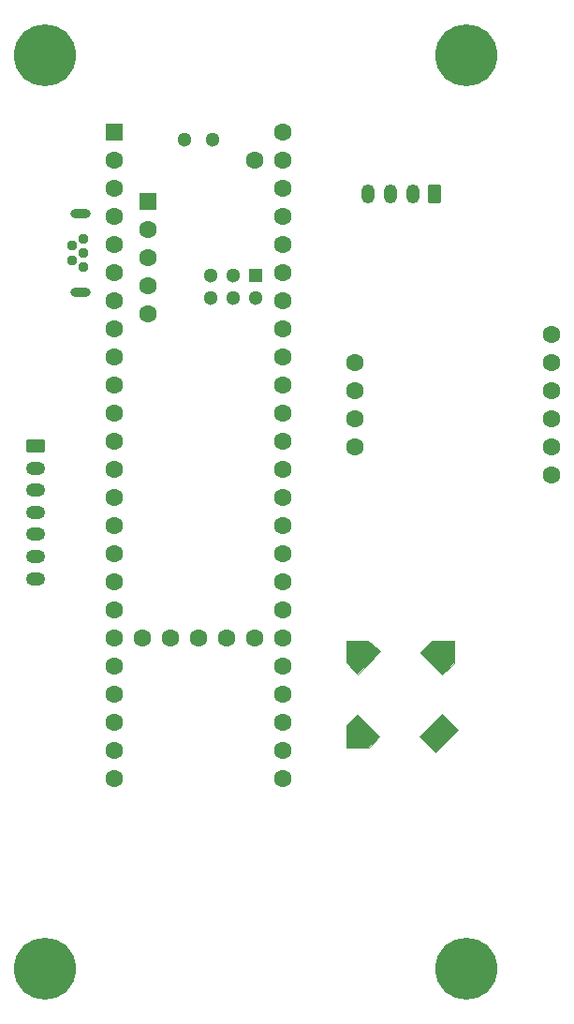
<source format=gbr>
%TF.GenerationSoftware,KiCad,Pcbnew,(6.0.7)*%
%TF.CreationDate,2023-03-09T00:13:32-05:00*%
%TF.ProjectId,board_one_teensy_22,626f6172-645f-46f6-9e65-5f7465656e73,rev?*%
%TF.SameCoordinates,Original*%
%TF.FileFunction,Soldermask,Bot*%
%TF.FilePolarity,Negative*%
%FSLAX46Y46*%
G04 Gerber Fmt 4.6, Leading zero omitted, Abs format (unit mm)*
G04 Created by KiCad (PCBNEW (6.0.7)) date 2023-03-09 00:13:32*
%MOMM*%
%LPD*%
G01*
G04 APERTURE LIST*
G04 Aperture macros list*
%AMRoundRect*
0 Rectangle with rounded corners*
0 $1 Rounding radius*
0 $2 $3 $4 $5 $6 $7 $8 $9 X,Y pos of 4 corners*
0 Add a 4 corners polygon primitive as box body*
4,1,4,$2,$3,$4,$5,$6,$7,$8,$9,$2,$3,0*
0 Add four circle primitives for the rounded corners*
1,1,$1+$1,$2,$3*
1,1,$1+$1,$4,$5*
1,1,$1+$1,$6,$7*
1,1,$1+$1,$8,$9*
0 Add four rect primitives between the rounded corners*
20,1,$1+$1,$2,$3,$4,$5,0*
20,1,$1+$1,$4,$5,$6,$7,0*
20,1,$1+$1,$6,$7,$8,$9,0*
20,1,$1+$1,$8,$9,$2,$3,0*%
G04 Aperture macros list end*
%ADD10C,0.010000*%
%ADD11C,3.600000*%
%ADD12C,5.600000*%
%ADD13RoundRect,0.250000X-0.625000X0.350000X-0.625000X-0.350000X0.625000X-0.350000X0.625000X0.350000X0*%
%ADD14O,1.750000X1.200000*%
%ADD15C,1.600000*%
%ADD16C,0.958000*%
%ADD17O,1.816000X0.908000*%
%ADD18R,1.600000X1.600000*%
%ADD19R,1.300000X1.300000*%
%ADD20C,1.300000*%
%ADD21RoundRect,0.250000X0.350000X0.625000X-0.350000X0.625000X-0.350000X-0.625000X0.350000X-0.625000X0*%
%ADD22O,1.200000X1.750000*%
G04 APERTURE END LIST*
%TO.C,LS1*%
G36*
X148948810Y-107154080D02*
G01*
X146910330Y-109192560D01*
X145908250Y-108090480D01*
X145908250Y-106152000D01*
X147846730Y-106152000D01*
X148948810Y-107154080D01*
G37*
D10*
X148948810Y-107154080D02*
X146910330Y-109192560D01*
X145908250Y-108090480D01*
X145908250Y-106152000D01*
X147846730Y-106152000D01*
X148948810Y-107154080D01*
G36*
X155608250Y-108190480D02*
G01*
X154556170Y-109192560D01*
X152617690Y-107254080D01*
X153569770Y-106152000D01*
X155608250Y-106152000D01*
X155608250Y-108190480D01*
G37*
X155608250Y-108190480D02*
X154556170Y-109192560D01*
X152617690Y-107254080D01*
X153569770Y-106152000D01*
X155608250Y-106152000D01*
X155608250Y-108190480D01*
G36*
X148848810Y-114799920D02*
G01*
X147946730Y-115852000D01*
X145908250Y-115852000D01*
X145908250Y-113813520D01*
X146910330Y-112861440D01*
X148848810Y-114799920D01*
G37*
X148848810Y-114799920D02*
X147946730Y-115852000D01*
X145908250Y-115852000D01*
X145908250Y-113813520D01*
X146910330Y-112861440D01*
X148848810Y-114799920D01*
G36*
X155958250Y-114213520D02*
G01*
X153919770Y-116252000D01*
X152517690Y-114799920D01*
X154556170Y-112761440D01*
X155958250Y-114213520D01*
G37*
X155958250Y-114213520D02*
X153919770Y-116252000D01*
X152517690Y-114799920D01*
X154556170Y-112761440D01*
X155958250Y-114213520D01*
%TD*%
D11*
%TO.C,H1*%
X118614971Y-53255682D03*
D12*
X118614971Y-53255682D03*
%TD*%
D13*
%TO.C,J2*%
X117820000Y-88560000D03*
D14*
X117820000Y-90560000D03*
X117820000Y-92560000D03*
X117820000Y-94560000D03*
X117820000Y-96560000D03*
X117820000Y-98560000D03*
X117820000Y-100560000D03*
%TD*%
D11*
%TO.C,H4*%
X118603304Y-135797904D03*
D12*
X118603304Y-135797904D03*
%TD*%
D11*
%TO.C,H3*%
X156706146Y-53242782D03*
D12*
X156706146Y-53242782D03*
%TD*%
D15*
%TO.C,U2*%
X146690000Y-88650000D03*
X146690000Y-86110000D03*
X146690000Y-83570000D03*
X146690000Y-81030000D03*
X164470000Y-78490000D03*
X164470000Y-81030000D03*
X164470000Y-83570000D03*
X164470000Y-86110000D03*
X164470000Y-88650000D03*
X164470000Y-91190000D03*
%TD*%
D16*
%TO.C,J3*%
X122092500Y-69830000D03*
X121092500Y-70480000D03*
X122092500Y-71130000D03*
X121092500Y-71780000D03*
X122092500Y-72430000D03*
D17*
X121872500Y-67555000D03*
X121872500Y-74705000D03*
%TD*%
D11*
%TO.C,H2*%
X156701211Y-135804448D03*
D12*
X156701211Y-135804448D03*
%TD*%
D18*
%TO.C,U1*%
X124855000Y-60190000D03*
D15*
X124855000Y-62730000D03*
X124855000Y-65270000D03*
X124855000Y-67810000D03*
X124855000Y-70350000D03*
X124855000Y-72890000D03*
X124855000Y-75430000D03*
X124855000Y-77970000D03*
X124855000Y-80510000D03*
X124855000Y-83050000D03*
X124855000Y-85590000D03*
X124855000Y-88130000D03*
X124855000Y-90670000D03*
X124855000Y-93210000D03*
X124855000Y-95750000D03*
X124855000Y-98290000D03*
X124855000Y-100830000D03*
X124855000Y-103370000D03*
X124855000Y-105910000D03*
X124855000Y-108450000D03*
X124855000Y-110990000D03*
X124855000Y-113530000D03*
X124855000Y-116070000D03*
X124855000Y-118610000D03*
X140095000Y-118610000D03*
X140095000Y-116070000D03*
X140095000Y-113530000D03*
X140095000Y-110990000D03*
X140095000Y-108450000D03*
X140095000Y-105910000D03*
X140095000Y-103370000D03*
X140095000Y-100830000D03*
X140095000Y-98290000D03*
X140095000Y-95750000D03*
X140095000Y-93210000D03*
X140095000Y-90670000D03*
X140095000Y-88130000D03*
X140095000Y-85590000D03*
X140095000Y-83050000D03*
X140095000Y-80510000D03*
X140095000Y-77970000D03*
X140095000Y-75430000D03*
X140095000Y-72890000D03*
X140095000Y-70350000D03*
X140095000Y-67810000D03*
X140095000Y-65270000D03*
X140095000Y-62730000D03*
X140095000Y-60190000D03*
X137555000Y-62730000D03*
X127395000Y-105910000D03*
X129935000Y-105910000D03*
X132475000Y-105910000D03*
X135015000Y-105910000D03*
X137555000Y-105910000D03*
D18*
X127905800Y-66489200D03*
D15*
X127905800Y-69029200D03*
X127905800Y-71569200D03*
X127905800Y-74109200D03*
X127905800Y-76649200D03*
D19*
X137656600Y-73160000D03*
D20*
X135656600Y-73160000D03*
X133656600Y-73160000D03*
X133656600Y-75160000D03*
X135656600Y-75160000D03*
X137656600Y-75160000D03*
X133745000Y-60920000D03*
X131205000Y-60920000D03*
%TD*%
D21*
%TO.C,J1*%
X153880000Y-65780000D03*
D22*
X151880000Y-65780000D03*
X149880000Y-65780000D03*
X147880000Y-65780000D03*
%TD*%
M02*

</source>
